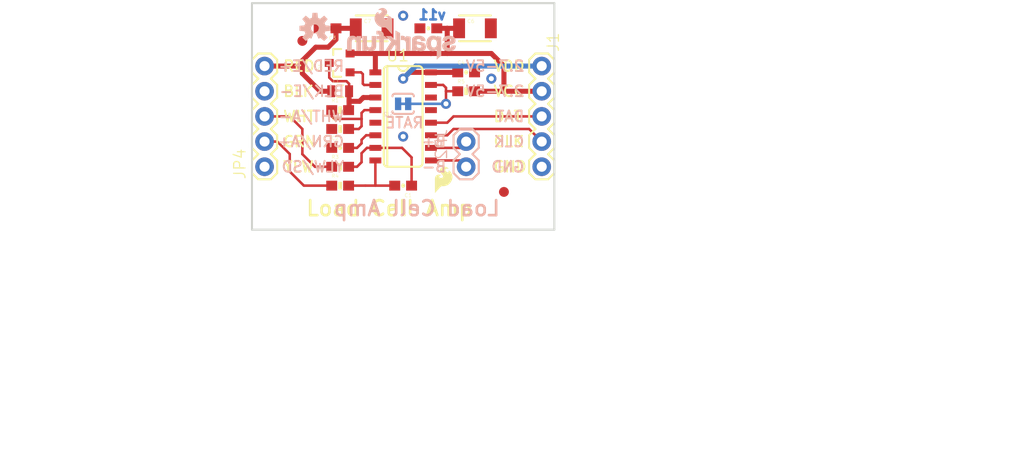
<source format=kicad_pcb>
(kicad_pcb (version 20211014) (generator pcbnew)
  (layers (0 "F.Cu" signal) (31 "B.Cu" signal) (34 "B.Paste" user) (35 "F.Paste" user) (36 "B.SilkS" user "B.Silkscreen") (37 "F.SilkS" user "F.Silkscreen") (38 "B.Mask" user) (39 "F.Mask" user) (44 "Edge.Cuts" user))
  (net 0 "")
  (net 1 "GND")
  (net 2 "VCC")
  (net 3 "DAT")
  (net 4 "SCK")
  (net 5 "N$4")
  (net 6 "N$6")
  (net 7 "N$7")
  (net 8 "N$5")
  (net 9 "N$1")
  (net 10 "N$2")
  (net 11 "N$3")
  (net 12 "A-")
  (net 13 "A+")
  (net 14 "B+")
  (net 15 "B-")
  (net 16 "VDD")
  (net 17 "AVDD")
  (footprint "SparkFun_HX711_Load_Cell:STAND-OFF" (layer "F.Cu") (at 161.2011 96.1136)
    (fp_text reference "STANDOFF4" hide)
    (fp_text value "STAND-OFF" hide)
    (pad "" np_thru_hole circle (at 0 0) (size 3.302 3.302) (drill 3.302) (layers *.Cu *.Mask))
  )
  (footprint "SparkFun_HX711_Load_Cell:STAND-OFF" (layer "F.Cu") (at 161.2011 113.8936)
    (fp_text reference "STANDOFF2" hide)
    (fp_text value "STAND-OFF" hide)
    (pad "" np_thru_hole circle (at 0 0) (size 3.302 3.302) (drill 3.302) (layers *.Cu *.Mask))
  )
  (footprint "SparkFun_HX711_Load_Cell:SO16" (layer "F.Cu") (at 148.5011 105.0036 -90)
    (fp_text reference "U1" (at -5.461 1.778) (layer "F.SilkS") (effects (font (size 1.143 1.143) (thickness 0.127)) (justify left bottom)))
    (fp_text value "HX711")
    (pad "1" smd rect (at -4.445 2.8 270) (size 0.6 1.2) (layers "F.Cu" "F.Paste" "F.Mask") (net 2 "VCC"))
    (pad "2" smd rect (at -3.175 2.8 270) (size 0.6 1.2) (layers "F.Cu" "F.Paste" "F.Mask") (net 5 "N$4"))
    (pad "3" smd rect (at -1.905 2.8 270) (size 0.6 1.2) (layers "F.Cu" "F.Paste" "F.Mask") (net 8 "N$5"))
    (pad "4" smd rect (at -0.635 2.8 270) (size 0.6 1.2) (layers "F.Cu" "F.Paste" "F.Mask") (net 6 "N$6"))
    (pad "5" smd rect (at 0.635 2.8 270) (size 0.6 1.2) (layers "F.Cu" "F.Paste" "F.Mask") (net 1 "GND"))
    (pad "6" smd rect (at 1.905 2.8 270) (size 0.6 1.2) (layers "F.Cu" "F.Paste" "F.Mask") (net 7 "N$7"))
    (pad "7" smd rect (at 3.175 2.8 270) (size 0.6 1.2) (layers "F.Cu" "F.Paste" "F.Mask") (net 10 "N$2"))
    (pad "8" smd rect (at 4.445 2.8 270) (size 0.6 1.2) (layers "F.Cu" "F.Paste" "F.Mask") (net 11 "N$3"))
    (pad "9" smd rect (at 4.445 -2.8 270) (size 0.6 1.2) (layers "F.Cu" "F.Paste" "F.Mask") (net 15 "B-"))
    (pad "10" smd rect (at 3.175 -2.8 270) (size 0.6 1.2) (layers "F.Cu" "F.Paste" "F.Mask") (net 14 "B+"))
    (pad "11" smd rect (at 1.905 -2.8 270) (size 0.6 1.2) (layers "F.Cu" "F.Paste" "F.Mask") (net 4 "SCK"))
    (pad "12" smd rect (at 0.635 -2.8 270) (size 0.6 1.2) (layers "F.Cu" "F.Paste" "F.Mask") (net 3 "DAT"))
    (pad "13" smd rect (at -0.635 -2.8 270) (size 0.6 1.2) (layers "F.Cu" "F.Paste" "F.Mask"))
    (pad "14" smd rect (at -1.905 -2.8 270) (size 0.6 1.2) (layers "F.Cu" "F.Paste" "F.Mask") (net 1 "GND"))
    (pad "15" smd rect (at -3.175 -2.8 270) (size 0.6 1.2) (layers "F.Cu" "F.Paste" "F.Mask") (net 9 "N$1"))
    (pad "16" smd rect (at -4.445 -2.8 270) (size 0.6 1.2) (layers "F.Cu" "F.Paste" "F.Mask") (net 16 "VDD"))
  )
  (footprint "SparkFun_HX711_Load_Cell:FIDUCIAL-1X2" (layer "F.Cu") (at 138.3411 97.3836)
    (fp_text reference "FID1" hide)
    (fp_text value "FIDUCIAL1X2" hide)
    (pad "1" smd roundrect (at 0 0) (size 1 1) (layers "F.Cu" "F.Mask") (roundrect_rratio 0.5))
  )
  (footprint "SparkFun_HX711_Load_Cell:0603-CAP" (layer "F.Cu") (at 140.8811 96.1136 180)
    (fp_text reference "C3" (at -0.889 -0.762 180) (layer "F.SilkS") (effects (font (size 0.373888 0.373888) (thickness 0.032512)) (justify right top)))
    (fp_text value "0.1uF")
    (pad "1" smd rect (at -0.85 0 180) (size 1.1 1) (layers "F.Cu" "F.Paste" "F.Mask") (net 17 "AVDD"))
    (pad "2" smd rect (at 0.85 0 180) (size 1.1 1) (layers "F.Cu" "F.Paste" "F.Mask") (net 1 "GND"))
  )
  (footprint "SparkFun_HX711_Load_Cell:SOT23-3" (layer "F.Cu") (at 142.1511 99.6061 90)
    (fp_text reference "Q1" (at -0.8255 -1.778 90) (layer "F.SilkS") (effects (font (size 0.373888 0.373888) (thickness 0.032512)) (justify left bottom)))
    (fp_text value "MMBT4403")
    (pad "1" smd rect (at -0.95 1 90) (size 0.8 0.9) (layers "F.Cu" "F.Paste" "F.Mask") (net 5 "N$4"))
    (pad "2" smd rect (at 0.95 1 90) (size 0.8 0.9) (layers "F.Cu" "F.Paste" "F.Mask") (net 2 "VCC"))
    (pad "3" smd rect (at 0 -1.1 90) (size 0.8 0.9) (layers "F.Cu" "F.Paste" "F.Mask") (net 8 "N$5"))
  )
  (footprint "SparkFun_HX711_Load_Cell:0603-RES" (layer "F.Cu") (at 142.1511 106.2736)
    (fp_text reference "R2" (at -0.889 -0.762) (layer "F.SilkS") (effects (font (size 0.373888 0.373888) (thickness 0.032512)) (justify left bottom)))
    (fp_text value "8.2K")
    (pad "1" smd rect (at -0.85 0) (size 1.1 1) (layers "F.Cu" "F.Paste" "F.Mask") (net 1 "GND"))
    (pad "2" smd rect (at 0.85 0) (size 1.1 1) (layers "F.Cu" "F.Paste" "F.Mask") (net 6 "N$6"))
  )
  (footprint "SparkFun_HX711_Load_Cell:FIDUCIAL-1X2" (layer "F.Cu") (at 158.6611 112.6236)
    (fp_text reference "FID2" hide)
    (fp_text value "FIDUCIAL1X2" hide)
    (pad "1" smd roundrect (at 0 0) (size 1 1) (layers "F.Cu" "F.Mask") (roundrect_rratio 0.5))
  )
  (footprint "SparkFun_HX711_Load_Cell:REVISION" (layer "F.Cu") (at 140.2461 139.2936)
    (fp_text reference "U$1" hide)
    (fp_text value "REVISION" hide)
  )
  (footprint "SparkFun_HX711_Load_Cell:0603-RES" (layer "F.Cu") (at 154.8511 102.4636)
    (fp_text reference "R5" (at -0.889 -0.762) (layer "F.SilkS") (effects (font (size 0.373888 0.373888) (thickness 0.032512)) (justify left bottom)))
    (fp_text value "10K")
    (pad "1" smd rect (at -0.85 0) (size 1.1 1) (layers "F.Cu" "F.Paste" "F.Mask") (net 9 "N$1"))
    (pad "2" smd rect (at 0.85 0) (size 1.1 1) (layers "F.Cu" "F.Paste" "F.Mask") (net 2 "VCC"))
  )
  (footprint "SparkFun_HX711_Load_Cell:1210" (layer "F.Cu") (at 145.3261 96.1136)
    (fp_text reference "C7" (at -0.8 -0.5) (layer "F.SilkS") (effects (font (size 0.373888 0.373888) (thickness 0.032512)) (justify left bottom)))
    (fp_text value "10uF")
    (pad "1" smd rect (at -1.6 0) (size 1.2 2) (layers "F.Cu" "F.Paste" "F.Mask") (net 17 "AVDD"))
    (pad "2" smd rect (at 1.6 0) (size 1.2 2) (layers "F.Cu" "F.Paste" "F.Mask") (net 1 "GND"))
  )
  (footprint "SparkFun_HX711_Load_Cell:1X05" (layer "F.Cu") (at 162.4711 99.9236 -90)
    (fp_text reference "J1" (at -1.3462 -1.8288 -90) (layer "F.SilkS") (effects (font (size 1.143 1.143) (thickness 0.127)) (justify left bottom)))
    (fp_text value "")
    (pad "1" thru_hole circle (at 0 0) (size 1.8796 1.8796) (drill 1.016) (layers *.Cu *.Mask) (net 16 "VDD"))
    (pad "2" thru_hole circle (at 2.54 0) (size 1.8796 1.8796) (drill 1.016) (layers *.Cu *.Mask) (net 2 "VCC"))
    (pad "3" thru_hole circle (at 5.08 0) (size 1.8796 1.8796) (drill 1.016) (layers *.Cu *.Mask) (net 3 "DAT"))
    (pad "4" thru_hole circle (at 7.62 0) (size 1.8796 1.8796) (drill 1.016) (layers *.Cu *.Mask) (net 4 "SCK"))
    (pad "5" thru_hole circle (at 10.16 0) (size 1.8796 1.8796) (drill 1.016) (layers *.Cu *.Mask) (net 1 "GND"))
  )
  (footprint "SparkFun_HX711_Load_Cell:0805" (layer "F.Cu") (at 142.1511 102.4636)
    (fp_text reference "L1" (at -0.762 -0.8255) (layer "F.SilkS") (effects (font (size 0.373888 0.373888) (thickness 0.032512)) (justify left bottom)))
    (fp_text value "3.3uH")
    (pad "1" smd rect (at -0.9 0) (size 0.8 1.2) (layers "F.Cu" "F.Paste" "F.Mask") (net 17 "AVDD"))
    (pad "2" smd rect (at 0.9 0) (size 0.8 1.2) (layers "F.Cu" "F.Paste" "F.Mask") (net 8 "N$5"))
  )
  (footprint "SparkFun_HX711_Load_Cell:STAND-OFF" (layer "F.Cu") (at 135.8011 96.1136)
    (fp_text reference "STANDOFF3" hide)
    (fp_text value "STAND-OFF" hide)
    (pad "" np_thru_hole circle (at 0 0) (size 3.302 3.302) (drill 3.302) (layers *.Cu *.Mask))
  )
  (footprint "SparkFun_HX711_Load_Cell:0603-CAP" (layer "F.Cu") (at 151.0411 96.1136 180)
    (fp_text reference "C5" (at -0.889 -0.762 180) (layer "F.SilkS") (effects (font (size 0.373888 0.373888) (thickness 0.032512)) (justify right top)))
    (fp_text value "0.1uF")
    (pad "1" smd rect (at -0.85 0 180) (size 1.1 1) (layers "F.Cu" "F.Paste" "F.Mask") (net 2 "VCC"))
    (pad "2" smd rect (at 0.85 0 180) (size 1.1 1) (layers "F.Cu" "F.Paste" "F.Mask") (net 1 "GND"))
  )
  (footprint "SparkFun_HX711_Load_Cell:STAND-OFF" (layer "F.Cu") (at 135.8011 113.8936)
    (fp_text reference "STANDOFF1" hide)
    (fp_text value "STAND-OFF" hide)
    (pad "" np_thru_hole circle (at 0 0) (size 3.302 3.302) (drill 3.302) (layers *.Cu *.Mask))
  )
  (footprint "SparkFun_HX711_Load_Cell:0603-CAP" (layer "F.Cu") (at 148.5011 111.9886 180)
    (fp_text reference "C1" (at -0.889 -0.762 180) (layer "F.SilkS") (effects (font (size 0.373888 0.373888) (thickness 0.032512)) (justify right top)))
    (fp_text value "0.1uF")
    (pad "1" smd rect (at -0.85 0 180) (size 1.1 1) (layers "F.Cu" "F.Paste" "F.Mask") (net 10 "N$2"))
    (pad "2" smd rect (at 0.85 0 180) (size 1.1 1) (layers "F.Cu" "F.Paste" "F.Mask") (net 11 "N$3"))
  )
  (footprint "SparkFun_HX711_Load_Cell:0603-RES" (layer "F.Cu") (at 142.1511 111.9886)
    (fp_text reference "R4" (at -0.889 -0.762) (layer "F.SilkS") (effects (font (size 0.373888 0.373888) (thickness 0.032512)) (justify left bottom)))
    (fp_text value "100")
    (pad "1" smd rect (at -0.85 0) (size 1.1 1) (layers "F.Cu" "F.Paste" "F.Mask") (net 13 "A+"))
    (pad "2" smd rect (at 0.85 0) (size 1.1 1) (layers "F.Cu" "F.Paste" "F.Mask") (net 11 "N$3"))
  )
  (footprint "SparkFun_HX711_Load_Cell:0603-RES" (layer "F.Cu") (at 142.1511 104.3686)
    (fp_text reference "R1" (at -0.889 -0.762) (layer "F.SilkS") (effects (font (size 0.373888 0.373888) (thickness 0.032512)) (justify left bottom)))
    (fp_text value "20k")
    (pad "1" smd rect (at -0.85 0) (size 1.1 1) (layers "F.Cu" "F.Paste" "F.Mask") (net 6 "N$6"))
    (pad "2" smd rect (at 0.85 0) (size 1.1 1) (layers "F.Cu" "F.Paste" "F.Mask") (net 8 "N$5"))
  )
  (footprint "SparkFun_HX711_Load_Cell:0603-CAP" (layer "F.Cu") (at 142.1511 108.1786)
    (fp_text reference "C2" (at -0.889 -0.762) (layer "F.SilkS") (effects (font (size 0.373888 0.373888) (thickness 0.032512)) (justify left bottom)))
    (fp_text value "0.1uF")
    (pad "1" smd rect (at -0.85 0) (size 1.1 1) (layers "F.Cu" "F.Paste" "F.Mask") (net 1 "GND"))
    (pad "2" smd rect (at 0.85 0) (size 1.1 1) (layers "F.Cu" "F.Paste" "F.Mask") (net 7 "N$7"))
  )
  (footprint "SparkFun_HX711_Load_Cell:SFE_LOGO_FLAME_.1" (layer "F.Cu") (at 151.4221 113.0046)
    (fp_text reference "LOGO3" hide)
    (fp_text value "SFE_LOGO_FLAME.1_INCH" hide)
  )
  (footprint "SparkFun_HX711_Load_Cell:CREATIVE_COMMONS" (layer "F.Cu") (at 128.1811 135.4836)
    (fp_text reference "FRAME1" hide)
    (fp_text value "FRAME-LETTER" hide)
  )
  (footprint "SparkFun_HX711_Load_Cell:0603-CAP" (layer "F.Cu") (at 154.8511 100.5586)
    (fp_text reference "C4" (at -0.889 -0.762) (layer "F.SilkS") (effects (font (size 0.373888 0.373888) (thickness 0.032512)) (justify left bottom)))
    (fp_text value "0.1uF")
    (pad "1" smd rect (at -0.85 0) (size 1.1 1) (layers "F.Cu" "F.Paste" "F.Mask") (net 16 "VDD"))
    (pad "2" smd rect (at 0.85 0) (size 1.1 1) (layers "F.Cu" "F.Paste" "F.Mask") (net 1 "GND"))
  )
  (footprint "SparkFun_HX711_Load_Cell:1X05" (layer "F.Cu") (at 134.5311 110.0836 90)
    (fp_text reference "JP4" (at -1.3462 -1.8288 90) (layer "F.SilkS") (effects (font (size 1.143 1.143) (thickness 0.127)) (justify left bottom)))
    (fp_text value "")
    (pad "1" thru_hole circle (at 0 0 180) (size 1.8796 1.8796) (drill 1.016) (layers *.Cu *.Mask) (net 1 "GND"))
    (pad "2" thru_hole circle (at 2.54 0 180) (size 1.8796 1.8796) (drill 1.016) (layers *.Cu *.Mask) (net 13 "A+"))
    (pad "3" thru_hole circle (at 5.08 0 180) (size 1.8796 1.8796) (drill 1.016) (layers *.Cu *.Mask) (net 12 "A-"))
    (pad "4" thru_hole circle (at 7.62 0 180) (size 1.8796 1.8796) (drill 1.016) (layers *.Cu *.Mask) (net 1 "GND"))
    (pad "5" thru_hole circle (at 10.16 0 180) (size 1.8796 1.8796) (drill 1.016) (layers *.Cu *.Mask) (net 17 "AVDD"))
  )
  (footprint "SparkFun_HX711_Load_Cell:0603-RES" (layer "F.Cu") (at 142.1511 110.0836)
    (fp_text reference "R3" (at -0.889 -0.762) (layer "F.SilkS") (effects (font (size 0.373888 0.373888) (thickness 0.032512)) (justify left bottom)))
    (fp_text value "100")
    (pad "1" smd rect (at -0.85 0) (size 1.1 1) (layers "F.Cu" "F.Paste" "F.Mask") (net 12 "A-"))
    (pad "2" smd rect (at 0.85 0) (size 1.1 1) (layers "F.Cu" "F.Paste" "F.Mask") (net 10 "N$2"))
  )
  (footprint "SparkFun_HX711_Load_Cell:1210" (layer "F.Cu") (at 155.7401 96.1136)
    (fp_text reference "C6" (at -0.8 -0.5) (layer "F.SilkS") (effects (font (size 0.373888 0.373888) (thickness 0.032512)) (justify left bottom)))
    (fp_text value "10uF")
    (pad "1" smd rect (at -1.6 0) (size 1.2 2) (layers "F.Cu" "F.Paste" "F.Mask") (net 2 "VCC"))
    (pad "2" smd rect (at 1.6 0) (size 1.2 2) (layers "F.Cu" "F.Paste" "F.Mask") (net 1 "GND"))
  )
  (footprint "SparkFun_HX711_Load_Cell:PAD-JUMPER-2-NC_BY_TRACE_YES_SILK" (layer "B.Cu") (at 148.5011 103.7336)
    (fp_text reference "SJ2" (at -0.9525 1.27 180) (layer "B.SilkS") (effects (font (size 0.373888 0.373888) (thickness 0.032512)) (justify left bottom mirror)))
    (fp_text value "")
    (fp_line (start -0.381 0) (end 0.381 0) (layer "B.Cu") (width 0.254))
    (pad "1" smd rect (at -0.508 0) (size 0.635 1.27) (layers "B.Cu" "B.Mask") (net 1 "GND"))
    (pad "2" smd rect (at 0.508 0) (size 0.635 1.27) (layers "B.Cu" "B.Mask") (net 9 "N$1"))
  )
  (footprint "SparkFun_HX711_Load_Cell:OSHW-LOGO-S" (layer "B.Cu") (at 139.6111 96.1136 180)
    (fp_text reference "U7" hide)
    (fp_text value "OSHW-LOGOS" hide)
  )
  (footprint "SparkFun_HX711_Load_Cell:1X02" (layer "B.Cu") (at 154.8511 107.5436 -90)
    (fp_text reference "JP2" (at -1.3462 1.8288 90) (layer "B.SilkS") (effects (font (size 1.143 1.143) (thickness 0.127)) (justify left bottom mirror)))
    (fp_text value "")
    (pad "1" thru_hole circle (at 0 0 180) (size 1.8796 1.8796) (drill 1.016) (layers *.Cu *.Mask) (net 14 "B+"))
    (pad "2" thru_hole circle (at 2.54 0 180) (size 1.8796 1.8796) (drill 1.016) (layers *.Cu *.Mask) (net 15 "B-"))
  )
  (footprint "SparkFun_HX711_Load_Cell:SFE_LOGO_NAME_FLAME_.1" (layer "B.Cu") (at 154.2161 99.2886 180)
    (fp_text reference "LOGO1" hide)
    (fp_text value "SFE_LOGO_NAME_FLAME.1_INCH" hide)
  )
  (gr_line (start 133.2611 116.4336) (end 133.2611 93.5736) (layer "Edge.Cuts") (width 0.2032))
  (gr_line (start 133.2611 93.5736) (end 163.7411 93.5736) (layer "Edge.Cuts") (width 0.2032))
  (gr_line (start 163.7411 116.4336) (end 133.2611 116.4336) (layer "Edge.Cuts") (width 0.2032))
  (gr_line (start 163.7411 93.5736) (end 163.7411 116.4336) (layer "Edge.Cuts") (width 0.2032))
  (gr_text "v11" (at 152.9461 95.3516) (layer "B.Cu") (effects (font (size 1.016 1.016) (thickness 0.254)) (justify left bottom mirror)))
  (gr_text "RED/E+" (at 142.6591 100.5586) (layer "B.SilkS") (effects (font (size 1.0795 1.0795) (thickness 0.1905)) (justify left bottom mirror)))
  (gr_text "2.7-5V" (at 160.8201 100.5586) (layer "B.SilkS") (effects (font (size 1.0795 1.0795) (thickness 0.1905)) (justify left bottom mirror)))
  (gr_text "Load Cell Amp" (at 158.4071 115.1636) (layer "B.SilkS") (effects (font (size 1.5113 1.5113) (thickness 0.2667)) (justify left bottom mirror)))
  (gr_text "DAT" (at 160.8201 105.6386) (layer "B.SilkS") (effects (font (size 1.0795 1.0795) (thickness 0.1905)) (justify left bottom mirror)))
  (gr_text "B+" (at 152.9461 108.1786) (layer "B.SilkS") (effects (font (size 1.0795 1.0795) (thickness 0.1905)) (justify left bottom mirror)))
  (gr_text "BLK/E-" (at 142.6591 103.0986) (layer "B.SilkS") (effects (font (size 1.0795 1.0795) (thickness 0.1905)) (justify left bottom mirror)))
  (gr_text "WHT/A-" (at 142.6591 105.6386) (layer "B.SilkS") (effects (font (size 1.0795 1.0795) (thickness 0.1905)) (justify left bottom mirror)))
  (gr_text "B-" (at 152.9461 110.7186) (layer "B.SilkS") (effects (font (size 1.0795 1.0795) (thickness 0.1905)) (justify left bottom mirror)))
  (gr_text "GND" (at 160.8201 110.7186) (layer "B.SilkS") (effects (font (size 1.0795 1.0795) (thickness 0.1905)) (justify left bottom mirror)))
  (gr_text "YLW/SD" (at 142.6591 110.7186) (layer "B.SilkS") (effects (font (size 1.0795 1.0795) (thickness 0.1905)) (justify left bottom mirror)))
  (gr_text "GRN/A+" (at 142.6591 108.1786) (layer "B.SilkS") (effects (font (size 1.0795 1.0795) (thickness 0.1905)) (justify left bottom mirror)))
  (gr_text "CLK" (at 160.8201 108.1786) (layer "B.SilkS") (effects (font (size 1.0795 1.0795) (thickness 0.1905)) (justify left bottom mirror)))
  (gr_text "RATE" (at 150.6601 106.2736) (layer "B.SilkS") (effects (font (size 1.0795 1.0795) (thickness 0.1905)) (justify left bottom mirror)))
  (gr_text "2.7-5V" (at 160.8201 103.0986) (layer "B.SilkS") (effects (font (size 1.0795 1.0795) (thickness 0.1905)) (justify left bottom mirror)))
  (gr_text "YLW" (at 136.3091 110.7186) (layer "F.SilkS") (effects (font (size 1.0795 1.0795) (thickness 0.1905)) (justify left bottom)))
  (gr_text "GRN" (at 136.3091 108.1786) (layer "F.SilkS") (effects (font (size 1.0795 1.0795) (thickness 0.1905)) (justify left bottom)))
  (gr_text "VCC" (at 157.5181 103.0986) (layer "F.SilkS") (effects (font (size 1.0795 1.0795) (thickness 0.1905)) (justify left bottom)))
  (gr_text "GND" (at 157.5181 110.7186) (layer "F.SilkS") (effects (font (size 1.0795 1.0795) (thickness 0.1905)) (justify left bottom)))
  (gr_text "WHT" (at 136.3091 105.6386) (layer "F.SilkS") (effects (font (size 1.0795 1.0795) (thickness 0.1905)) (justify left bottom)))
  (gr_text "Load Cell Amp" (at 138.5951 115.1636) (layer "F.SilkS") (effects (font (size 1.5113 1.5113) (thickness 0.2667)) (justify left bottom)))
  (gr_text "CLK" (at 157.5181 108.1786) (layer "F.SilkS") (effects (font (size 1.0795 1.0795) (thickness 0.1905)) (justify left bottom)))
  (gr_text "VDD" (at 157.5181 100.5586) (layer "F.SilkS") (effects (font (size 1.0795 1.0795) (thickness 0.1905)) (justify left bottom)))
  (gr_text "RED" (at 136.3091 100.5586) (layer "F.SilkS") (effects (font (size 1.0795 1.0795) (thickness 0.1905)) (justify left bottom)))
  (gr_text "BLK" (at 136.3091 103.0986) (layer "F.SilkS") (effects (font (size 1.0795 1.0795) (thickness 0.1905)) (justify left bottom)))
  (gr_text "DAT" (at 157.5181 105.6386) (layer "F.SilkS") (effects (font (size 1.0795 1.0795) (thickness 0.1905)) (justify left bottom)))
  (via (at 148.5011 107.0356) (size 1.016) (drill 0.508) (layers "F.Cu" "B.Cu") (net 1))
  (via (at 157.3911 101.1936) (size 1.016) (drill 0.508) (layers "F.Cu" "B.Cu") (net 1))
  (via (at 148.5011 94.8436) (size 1.016) (drill 0.508) (layers "F.Cu" "B.Cu") (net 1))
  (segment (start 152.9461 96.1136) (end 154.1401 96.1136) (width 0.508) (layer "F.Cu") (net 2))
  (segment (start 152.9461 98.6536) (end 152.9461 96.1136) (width 0.508) (layer "F.Cu") (net 2))
  (segment (start 157.3911 98.6536) (end 152.9461 98.6536) (width 0.508) (layer "F.Cu") (net 2))
  (segment (start 155.7011 102.4636) (end 158.6611 102.4636) (width 0.508) (layer "F.Cu") (net 2))
  (segment (start 151.2951 98.6536) (end 145.7011 98.6536) (width 0.508) (layer "F.Cu") (net 2))
  (segment (start 143.1511 98.6561) (end 143.1511 98.6536) (width 0.508) (layer "F.Cu") (net 2))
  (segment (start 158.6611 102.4636) (end 162.4711 102.4636) (width 0.508) (layer "F.Cu") (net 2))
  (segment (start 151.8911 96.1136) (end 152.9461 96.1136) (width 0.508) (layer "F.Cu") (net 2))
  (segment (start 145.7011 100.5586) (end 145.7011 98.6536) (width 0.508) (layer "F.Cu") (net 2))
  (segment (start 158.6611 102.4636) (end 158.6611 99.9236) (width 0.508) (layer "F.Cu") (net 2))
  (segment (start 151.3011 98.6596) (end 151.2951 98.6536) (width 0.508) (layer "F.Cu") (net 2))
  (segment (start 145.7011 98.6536) (end 143.1511 98.6536) (width 0.508) (layer "F.Cu") (net 2))
  (segment (start 151.2951 98.6536) (end 152.9461 98.6536) (width 0.508) (layer "F.Cu") (net 2))
  (segment (start 158.6611 99.9236) (end 157.3911 98.6536) (width 0.508) (layer "F.Cu") (net 2))
  (segment (start 153.5811 105.0036) (end 162.4711 105.0036) (width 0.254) (layer "F.Cu") (net 3))
  (segment (start 152.9461 105.6386) (end 153.5811 105.0036) (width 0.254) (layer "F.Cu") (net 3))
  (segment (start 151.3011 105.6386) (end 152.9461 105.6386) (width 0.254) (layer "F.Cu") (net 3))
  (segment (start 161.2011 106.2736) (end 162.4711 107.5436) (width 0.254) (layer "F.Cu") (net 4))
  (segment (start 151.3011 106.9086) (end 152.9461 106.9086) (width 0.254) (layer "F.Cu") (net 4))
  (segment (start 153.5811 106.2736) (end 161.2011 106.2736) (width 0.254) (layer "F.Cu") (net 4))
  (segment (start 152.9461 106.9086) (end 153.5811 106.2736) (width 0.254) (layer "F.Cu") (net 4))
  (segment (start 144.4371 101.7016) (end 144.5641 101.8286) (width 0.254) (layer "F.Cu") (net 5))
  (segment (start 144.4371 100.737482) (end 144.4371 101.7016) (width 0.254) (layer "F.Cu") (net 5))
  (segment (start 144.5641 101.8286) (end 145.7011 101.8286) (width 0.254) (layer "F.Cu") (net 5))
  (segment (start 144.255718 100.5561) (end 144.4371 100.737482) (width 0.254) (layer "F.Cu") (net 5))
  (segment (start 143.1511 100.5561) (end 144.255718 100.5561) (width 0.254) (layer "F.Cu") (net 5))
  (segment (start 141.3011 104.3686) (end 141.3011 104.988791) (width 0.254) (layer "F.Cu") (net 6))
  (segment (start 144.026121 106.2736) (end 144.3101 105.989622) (width 0.254) (layer "F.Cu") (net 6))
  (segment (start 144.594078 104.3686) (end 145.7011 104.3686) (width 0.254) (layer "F.Cu") (net 6))
  (segment (start 144.3101 105.989622) (end 144.3101 105.2576) (width 0.254) (layer "F.Cu") (net 6))
  (segment (start 143.0011 106.2736) (end 144.026121 106.2736) (width 0.254) (layer "F.Cu") (net 6))
  (segment (start 141.569909 105.2576) (end 144.3101 105.2576) (width 0.254) (layer "F.Cu") (net 6))
  (segment (start 144.3101 105.2576) (end 144.3101 104.652579) (width 0.254) (layer "F.Cu") (net 6))
  (segment (start 141.3011 104.988791) (end 141.569909 105.2576) (width 0.254) (layer "F.Cu") (net 6))
  (segment (start 144.3101 104.652579) (end 144.594078 104.3686) (width 0.254) (layer "F.Cu") (net 6))
  (segment (start 144.768003 106.9086) (end 145.7011 106.9086) (width 0.254) (layer "F.Cu") (net 7))
  (segment (start 144.3101 107.366504) (end 144.768003 106.9086) (width 0.254) (layer "F.Cu") (net 7))
  (segment (start 143.852196 108.1786) (end 144.3101 107.720697) (width 0.254) (layer "F.Cu") (net 7))
  (segment (start 143.0011 108.1786) (end 143.852196 108.1786) (width 0.254) (layer "F.Cu") (net 7))
  (segment (start 144.3101 107.720697) (end 144.3101 107.366504) (width 0.254) (layer "F.Cu") (net 7))
  (segment (start 143.0511 103.4796) (end 143.0511 104.3686) (width 0.508) (layer "F.Cu") (net 8))
  (segment (start 143.0511 102.4636) (end 143.0511 101.7126) (width 0.254) (layer "F.Cu") (net 8))
  (segment (start 142.7861 101.4476) (end 141.412171 101.4476) (width 0.254) (layer "F.Cu") (net 8))
  (segment (start 143.0511 101.7126) (end 142.7861 101.4476) (width 0.254) (layer "F.Cu") (net 8))
  (segment (start 141.412171 101.4476) (end 141.0511 101.086529) (width 0.254) (layer "F.Cu") (net 8))
  (segment (start 144.487196 103.0986) (end 144.106196 103.4796) (width 0.508) (layer "F.Cu") (net 8))
  (segment (start 145.7011 103.0986) (end 144.487196 103.0986) (width 0.508) (layer "F.Cu") (net 8))
  (segment (start 141.0511 101.086529) (end 141.0511 99.6061) (width 0.254) (layer "F.Cu") (net 8))
  (segment (start 144.106196 103.4796) (end 143.0511 103.4796) (width 0.508) (layer "F.Cu") (net 8))
  (segment (start 143.0511 102.4636) (end 143.0511 103.4796) (width 0.508) (layer "F.Cu") (net 8))
  (segment (start 143.0511 104.3686) (end 143.0011 104.3686) (width 0.508) (layer "F.Cu") (net 8))
  (segment (start 152.8191 102.112579) (end 152.8191 102.4636) (width 0.254) (layer "F.Cu") (net 9))
  (segment (start 151.3011 101.8286) (end 152.535121 101.8286) (width 0.254) (layer "F.Cu") (net 9))
  (segment (start 152.535121 101.8286) (end 152.8191 102.112579) (width 0.254) (layer "F.Cu") (net 9))
  (segment (start 152.8191 103.7336) (end 152.8191 102.4636) (width 0.254) (layer "F.Cu") (net 9))
  (segment (start 154.0011 102.4636) (end 152.8191 102.4636) (width 0.254) (layer "F.Cu") (net 9))
  (via (at 152.8191 103.7336) (size 1.016) (drill 0.508) (layers "F.Cu" "B.Cu") (net 9))
  (segment (start 149.0091 103.7336) (end 152.8191 103.7336) (width 0.254) (layer "B.Cu") (net 9))
  (segment (start 144.848912 108.1786) (end 145.7011 108.1786) (width 0.254) (layer "F.Cu") (net 10))
  (segment (start 143.852196 110.0836) (end 144.3101 109.625697) (width 0.254) (layer "F.Cu") (net 10))
  (segment (start 148.388837 108.1786) (end 149.3511 109.140863) (width 0.254) (layer "F.Cu") (net 10))
  (segment (start 144.3101 109.625697) (end 144.3101 108.717413) (width 0.254) (layer "F.Cu") (net 10))
  (segment (start 144.3101 108.717413) (end 144.848912 108.1786) (width 0.254) (layer "F.Cu") (net 10))
  (segment (start 143.0011 110.0836) (end 143.852196 110.0836) (width 0.254) (layer "F.Cu") (net 10))
  (segment (start 145.7011 108.1786) (end 148.388837 108.1786) (width 0.254) (layer "F.Cu") (net 10))
  (segment (start 149.3511 109.140863) (end 149.3511 111.9886) (width 0.254) (layer "F.Cu") (net 10))
  (segment (start 145.7011 111.9886) (end 144.6911 111.9886) (width 0.254) (layer "F.Cu") (net 11))
  (segment (start 145.7011 109.4486) (end 145.7011 111.9886) (width 0.254) (layer "F.Cu") (net 11))
  (segment (start 145.7011 111.9886) (end 147.6511 111.9886) (width 0.254) (layer "F.Cu") (net 11))
  (segment (start 143.0011 111.9886) (end 144.6911 111.9886) (width 0.254) (layer "F.Cu") (net 11))
  (segment (start 138.3411 108.8136) (end 139.6111 110.0836) (width 0.254) (layer "F.Cu") (net 12))
  (segment (start 139.6111 110.0836) (end 141.3011 110.0836) (width 0.254) (layer "F.Cu") (net 12))
  (segment (start 137.0711 105.0036) (end 138.3411 106.2736) (width 0.254) (layer "F.Cu") (net 12))
  (segment (start 134.5311 105.0036) (end 137.0711 105.0036) (width 0.254) (layer "F.Cu") (net 12))
  (segment (start 138.3411 106.2736) (end 138.3411 108.8136) (width 0.254) (layer "F.Cu") (net 12))
  (segment (start 138.491003 111.9886) (end 137.0711 110.568697) (width 0.254) (layer "F.Cu") (net 13))
  (segment (start 135.813865 107.5436) (end 134.5311 107.5436) (width 0.254) (layer "F.Cu") (net 13))
  (segment (start 141.3011 111.9886) (end 138.491003 111.9886) (width 0.254) (layer "F.Cu") (net 13))
  (segment (start 137.0711 110.568697) (end 137.0711 108.800835) (width 0.254) (layer "F.Cu") (net 13))
  (segment (start 137.0711 108.800835) (end 135.813865 107.5436) (width 0.254) (layer "F.Cu") (net 13))
  (segment (start 151.3011 108.1786) (end 154.2161 108.1786) (width 0.254) (layer "F.Cu") (net 14))
  (segment (start 154.2161 108.1786) (end 154.8511 107.5436) (width 0.254) (layer "F.Cu") (net 14))
  (segment (start 151.3011 109.4486) (end 154.2161 109.4486) (width 0.254) (layer "F.Cu") (net 15))
  (segment (start 154.2161 109.4486) (end 154.8511 110.0836) (width 0.254) (layer "F.Cu") (net 15))
  (segment (start 154.0011 100.5586) (end 149.1361 100.5586) (width 0.508) (layer "F.Cu") (net 16))
  (segment (start 154.0011 100.5586) (end 151.3011 100.5586) (width 0.508) (layer "F.Cu") (net 16))
  (segment (start 149.1361 100.5586) (end 148.5011 101.1936) (width 0.508) (layer "F.Cu") (net 16))
  (via (at 148.5011 101.1936) (size 1.016) (drill 0.508) (layers "F.Cu" "B.Cu") (net 16))
  (segment (start 149.7711 99.9236) (end 162.4711 99.9236) (width 0.508) (layer "B.Cu") (net 16))
  (segment (start 148.5011 101.1936) (end 149.7711 99.9236) (width 0.508) (layer "B.Cu") (net 16))
  (segment (start 141.7311 97.235479) (end 141.7311 96.1136) (width 0.508) (layer "F.Cu") (net 17))
  (segment (start 141.2511 102.4636) (end 140.13715 102.4636) (width 0.508) (layer "F.Cu") (net 17))
  (segment (start 138.3411 99.368629) (end 139.691128 98.0186) (width 0.508) (layer "F.Cu") (net 17))
  (segment (start 140.13715 102.4636) (end 138.3411 100.66755) (width 0.508) (layer "F.Cu") (net 17))
  (segment (start 140.947978 98.0186) (end 141.7311 97.235479) (width 0.508) (layer "F.Cu") (net 17))
  (segment (start 138.3411 99.9236) (end 134.5311 99.9236) (width 0.508) (layer "F.Cu") (net 17))
  (segment (start 138.3411 99.9236) (end 138.3411 99.368629) (width 0.508) (layer "F.Cu") (net 17))
  (segment (start 139.691128 98.0186) (end 140.947978 98.0186) (width 0.508) (layer "F.Cu") (net 17))
  (segment (start 141.7311 96.1136) (end 143.7261 96.1136) (width 0.508) (layer "F.Cu") (net 17))
  (segment (start 138.3411 100.66755) (end 138.3411 99.9236) (width 0.508) (layer "F.Cu") (net 17))
)
</source>
